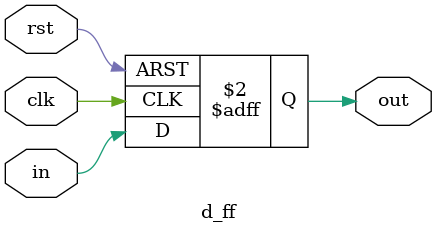
<source format=v>
module d_ff #(parameter Bitwidth=1)(input [Bitwidth-1:0] in,
                                     input clk,rst,output reg [Bitwidth-1:0] out);
    always@(posedge clk or posedge rst)begin
    if(rst) out<=8'h00;
    else
    out<=in;
    end       
                                      
endmodule

</source>
